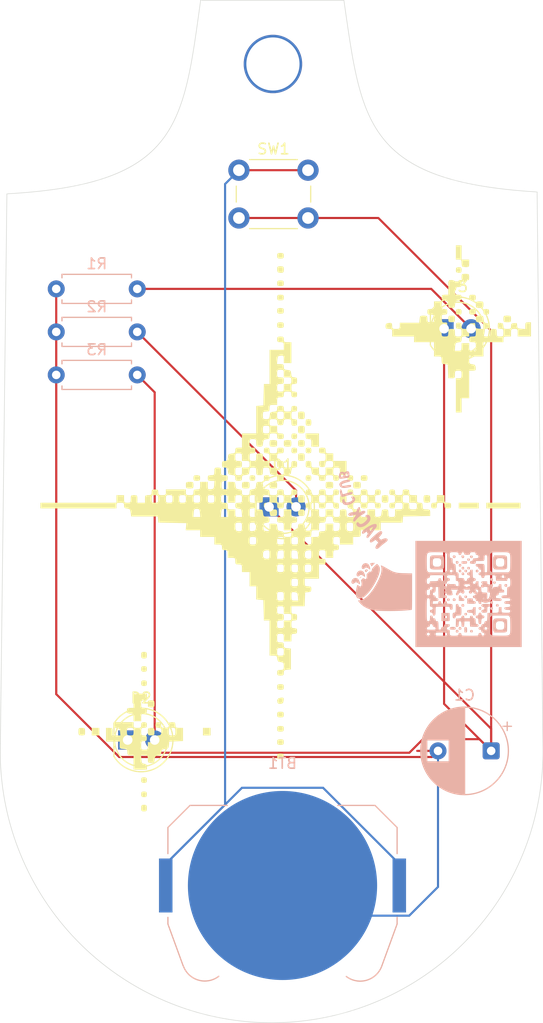
<source format=kicad_pcb>
(kicad_pcb (version 20241229) (generator "pcbnew") (generator_version "9.0")
  (layers (0 "F.Cu" signal) (2 "B.Cu" signal) (13 "F.Paste" user) (15 "B.Paste" user) (5 "F.SilkS" user "F.Silkscreen") (7 "B.SilkS" user "B.Silkscreen") (1 "F.Mask" user) (3 "B.Mask" user) (25 "Edge.Cuts" user))
  (net 0 "")
  (net 1 "Net-(BT1--)")
  (net 2 "Net-(BT1-+)")
  (net 3 "Net-(D1-K)")
  (net 4 "Net-(D1-A)")
  (net 5 "Net-(D2-A)")
  (net 6 "Net-(D3-A)")
  (footprint "LED_THT:LED_D5.0mm" (layer "F.Cu") (at 233.335 73.075)
    (property "Reference" "D1" (at 1.27 -3.96 0) (layer "F.SilkS"))
    (property "Value" "LED")
    (pad "1" thru_hole rect (at 0 0) (size 1.8 1.8) (drill 0.9) (layers "*.Cu" "*.Mask") (net 3 "Net-(D1-K)"))
    (pad "2" thru_hole circle (at 2.54 0) (size 1.8 1.8) (drill 0.9) (layers "*.Cu" "*.Mask") (net 4 "Net-(D1-A)"))
  )
  (footprint "LED_THT:LED_D5.0mm" (layer "F.Cu") (at 249.8 56.3)
    (property "Reference" "D3" (at 1.27 -3.96 0) (layer "F.SilkS"))
    (property "Value" "LED")
    (pad "1" thru_hole rect (at 0 0) (size 1.8 1.8) (drill 0.9) (layers "*.Cu" "*.Mask") (net 3 "Net-(D1-K)"))
    (pad "2" thru_hole circle (at 2.54 0) (size 1.8 1.8) (drill 0.9) (layers "*.Cu" "*.Mask") (net 6 "Net-(D3-A)"))
  )
  (footprint "LED_THT:LED_D5.0mm" (layer "F.Cu") (at 220.035 95.025)
    (property "Reference" "D2" (at 1.27 -3.96 0) (layer "F.SilkS"))
    (property "Value" "LED")
    (pad "1" thru_hole rect (at 0 0) (size 1.8 1.8) (drill 0.9) (layers "*.Cu" "*.Mask") (net 3 "Net-(D1-K)"))
    (pad "2" thru_hole circle (at 2.54 0) (size 1.8 1.8) (drill 0.9) (layers "*.Cu" "*.Mask") (net 5 "Net-(D2-A)"))
  )
  (footprint "Button_Switch_THT:SW_PUSH_6mm" (layer "F.Cu") (at 230.5 41.375)
    (property "Reference" "SW1" (at 3.25 -2 0) (layer "F.SilkS"))
    (property "Value" "SW_Push")
    (pad "1" thru_hole circle (at 0 0 90) (size 2 2) (drill 1.1) (layers "*.Cu" "*.Mask") (net 2 "Net-(BT1-+)"))
    (pad "1" thru_hole circle (at 6.5 0 90) (size 2 2) (drill 1.1) (layers "*.Cu" "*.Mask") (net 2 "Net-(BT1-+)"))
    (pad "2" thru_hole circle (at 0 4.5 90) (size 2 2) (drill 1.1) (layers "*.Cu" "*.Mask") (net 3 "Net-(D1-K)"))
    (pad "2" thru_hole circle (at 6.5 4.5 90) (size 2 2) (drill 1.1) (layers "*.Cu" "*.Mask") (net 3 "Net-(D1-K)"))
  )
  (footprint "LOGO" (layer "F.Cu") (at 234.9 75.1)
    (property "Reference" "G***" (hide yes))
    (property "Value" "LOGO" (hide yes))
  )
  (footprint "Battery:BatteryHolder_Keystone_3034_1x20mm" (layer "B.Cu") (at 234.6 108.725 180)
    (property "Reference" "BT1" (at 0 11.5 0) (layer "B.SilkS") (effects (justify mirror)))
    (property "Value" "Battery_Cell")
    (pad "1" smd rect (at -10.985 0 180) (size 1.27 5.08) (layers "B.Cu" "B.Mask" "B.Paste") (net 2 "Net-(BT1-+)"))
    (pad "1" smd rect (at 10.985 0 180) (size 1.27 5.08) (layers "B.Cu" "B.Mask" "B.Paste") (net 2 "Net-(BT1-+)"))
    (pad "2" smd circle (at 0 0 180) (size 17.8 17.8) (layers "B.Cu" "B.Mask") (net 1 "Net-(BT1--)") (padstack (mode front_inner_back) (layer "Inner" (shape circle) (size 17.8 17.8)) (layer "B.Cu" (shape circle) (size 17.8 17.8))))
  )
  (footprint "LOGO" (layer "B.Cu") (at 252.1 81.275 180)
    (property "Reference" "G***" (at 0 0 0) (layer "B.SilkS") (effects (font (size 1.5 1.5) (thickness 0.3)) (justify mirror)))
    (property "Value" "LOGO" (hide yes))
  )
  (footprint "Capacitor_THT:CP_Radial_D8.0mm_P5.00mm" (layer "B.Cu") (at 254.227651 96.05 180)
    (property "Reference" "C1" (at 2.5 5.25 0) (layer "B.SilkS") (effects (justify mirror)))
    (property "Value" "C")
    (pad "1" thru_hole roundrect (at 0 0 180) (size 1.6 1.6) (drill 0.8) (layers "*.Cu" "*.Mask") (roundrect_rratio 0.15625) (net 3 "Net-(D1-K)"))
    (pad "2" thru_hole circle (at 5 0 180) (size 1.6 1.6) (drill 0.8) (layers "*.Cu" "*.Mask") (net 1 "Net-(BT1--)"))
  )
  (footprint "Resistor_THT:R_Axial_DIN0207_L6.3mm_D2.5mm_P7.62mm_Horizontal" (layer "B.Cu") (at 220.935 56.6 180)
    (property "Reference" "R2" (at 3.81 2.37 0) (layer "B.SilkS") (effects (justify mirror)))
    (property "Value" "R")
    (pad "1" thru_hole circle (at 0 0 180) (size 1.6 1.6) (drill 0.8) (layers "*.Cu" "*.Mask") (net 4 "Net-(D1-A)"))
    (pad "2" thru_hole circle (at 7.62 0 180) (size 1.6 1.6) (drill 0.8) (layers "*.Cu" "*.Mask") (net 1 "Net-(BT1--)"))
  )
  (footprint "LOGO" (layer "B.Cu") (at 242.570753 75.636435 90)
    (property "Reference" "G***" (hide yes))
    (property "Value" "LOGO" (hide yes))
  )
  (footprint "Resistor_THT:R_Axial_DIN0207_L6.3mm_D2.5mm_P7.62mm_Horizontal" (layer "B.Cu") (at 220.935 60.65 180)
    (property "Reference" "R3" (at 3.81 2.37 0) (layer "B.SilkS") (effects (justify mirror)))
    (property "Value" "R")
    (pad "1" thru_hole circle (at 0 0 180) (size 1.6 1.6) (drill 0.8) (layers "*.Cu" "*.Mask") (net 5 "Net-(D2-A)"))
    (pad "2" thru_hole circle (at 7.62 0 180) (size 1.6 1.6) (drill 0.8) (layers "*.Cu" "*.Mask") (net 1 "Net-(BT1--)"))
  )
  (footprint "Resistor_THT:R_Axial_DIN0207_L6.3mm_D2.5mm_P7.62mm_Horizontal" (layer "B.Cu") (at 220.935 52.55 180)
    (property "Reference" "R1" (at 3.81 2.37 0) (layer "B.SilkS") (effects (justify mirror)))
    (property "Value" "R")
    (pad "1" thru_hole circle (at 0 0 180) (size 1.6 1.6) (drill 0.8) (layers "*.Cu" "*.Mask") (net 6 "Net-(D3-A)"))
    (pad "2" thru_hole circle (at 7.62 0 180) (size 1.6 1.6) (drill 0.8) (layers "*.Cu" "*.Mask") (net 1 "Net-(BT1--)"))
  )
  (gr_curve (pts (xy 240.375 25.375) (xy 242.025 36.825) (xy 242.375 42.45) (xy 258.55 43.425)) (stroke (width 0.05)) (layer "Edge.Cuts"))
  (gr_curve (pts (xy 226.9 25.375) (xy 225.275 37.075) (xy 224.925 42.7) (xy 208.675 43.6)) (stroke (width 0.05)) (layer "Edge.Cuts"))
  (gr_line (start 208.06122 95.364559) (end 208.675 43.6) (stroke (width 0.05)) (layer "Edge.Cuts"))
  (gr_line (start 240.375 25.375) (end 226.9 25.375) (stroke (width 0.05)) (layer "Edge.Cuts"))
  (gr_arc (start 259.1 96.05) (mid 233.232234 121.647809) (end 208.06122 95.364559) (stroke (width 0.05)) (layer "Edge.Cuts"))
  (gr_line (start 259.1 96.05) (end 258.55 43.425) (stroke (width 0.05)) (layer "Edge.Cuts"))
  (via (at 233.7 31.375) (size 5.5) (drill 5) (layers "F.Cu" "B.Cu") (net 0))
  (segment (start 248.650651 96.627) (end 249.227651 96.05) (width 0.2) (layer "F.Cu") (net 1))
  (segment (start 213.315 90.707) (end 219.235 96.627) (width 0.2) (layer "F.Cu") (net 1))
  (segment (start 213.315 52.55) (end 213.315 90.707) (width 0.2) (layer "F.Cu") (net 1))
  (segment (start 219.235 96.627) (end 248.650651 96.627) (width 0.2) (layer "F.Cu") (net 1))
  (segment (start 213.315 60.65) (end 213.315 90.707) (width 0.2) (layer "F.Cu") (net 1))
  (segment (start 247.275 96.05) (end 249.227651 96.05) (width 0.2) (layer "F.Cu") (net 1))
  (segment (start 213.315 56.6) (end 213.315 90.707) (width 0.2) (layer "F.Cu") (net 1))
  (segment (start 249.227651 108.859349) (end 249.227651 96.05) (width 0.2) (layer "B.Cu") (net 1))
  (segment (start 246.521 111.566) (end 249.227651 108.859349) (width 0.2) (layer "B.Cu") (net 1))
  (segment (start 234.6 108.725) (end 237.441 111.566) (width 0.2) (layer "B.Cu") (net 1))
  (segment (start 237.441 111.566) (end 246.521 111.566) (width 0.2) (layer "B.Cu") (net 1))
  (segment (start 230.5 41.375) (end 237 41.375) (width 0.2) (layer "F.Cu") (net 2))
  (segment (start 223.615 106.697821) (end 230.788821 99.524) (width 0.2) (layer "B.Cu") (net 2))
  (segment (start 229.199 42.676) (end 230.5 41.375) (width 0.2) (layer "B.Cu") (net 2))
  (segment (start 223.615 108.725) (end 223.615 106.697821) (width 0.2) (layer "B.Cu") (net 2))
  (segment (start 229.199 101.113821) (end 229.199 42.676) (width 0.2) (layer "B.Cu") (net 2))
  (segment (start 230.788821 99.524) (end 238.411179 99.524) (width 0.2) (layer "B.Cu") (net 2))
  (segment (start 223.615 106.697821) (end 229.199 101.113821) (width 0.2) (layer "B.Cu") (net 2))
  (segment (start 238.411179 99.524) (end 245.585 106.697821) (width 0.2) (layer "B.Cu") (net 2))
  (segment (start 245.585 106.697821) (end 245.585 108.725) (width 0.2) (layer "B.Cu") (net 2))
  (segment (start 237 45.875) (end 243.613471 45.875) (width 0.2) (layer "F.Cu") (net 3))
  (segment (start 220.035 95.025) (end 221.236 96.226) (width 0.2) (layer "F.Cu") (net 3))
  (segment (start 247.8089 94.949) (end 253.126651 94.949) (width 0.2) (layer "F.Cu") (net 3))
  (segment (start 243.613471 45.875) (end 254.227651 56.48918) (width 0.2) (layer "F.Cu") (net 3))
  (segment (start 230.5 45.875) (end 237 45.875) (width 0.2) (layer "F.Cu") (net 3))
  (segment (start 254.227651 93.967651) (end 233.335 73.075) (width 0.2) (layer "F.Cu") (net 3))
  (segment (start 249.8 56.3) (end 249.8 91.622349) (width 0.2) (layer "F.Cu") (net 3))
  (segment (start 221.236 96.226) (end 246.5319 96.226) (width 0.2) (layer "F.Cu") (net 3))
  (segment (start 249.8 91.622349) (end 254.227651 96.05) (width 0.2) (layer "F.Cu") (net 3))
  (segment (start 253.126651 94.949) (end 254.227651 96.05) (width 0.2) (layer "F.Cu") (net 3))
  (segment (start 254.227651 96.05) (end 254.227651 93.967651) (width 0.2) (layer "F.Cu") (net 3))
  (segment (start 246.5319 96.226) (end 247.8089 94.949) (width 0.2) (layer "F.Cu") (net 3))
  (segment (start 254.227651 56.48918) (end 254.227651 96.05) (width 0.2) (layer "F.Cu") (net 3))
  (segment (start 235.875 73.075) (end 235.875 71.54) (width 0.2) (layer "F.Cu") (net 4))
  (segment (start 235.875 71.54) (end 220.935 56.6) (width 0.2) (layer "F.Cu") (net 4))
  (segment (start 222.575 95.025) (end 222.575 62.29) (width 0.2) (layer "F.Cu") (net 5))
  (segment (start 222.575 62.29) (end 220.935 60.65) (width 0.2) (layer "F.Cu") (net 5))
  (segment (start 248.59 52.55) (end 220.935 52.55) (width 0.2) (layer "F.Cu") (net 6))
  (segment (start 252.34 56.3) (end 248.59 52.55) (width 0.2) (layer "F.Cu") (net 6))
)
</source>
